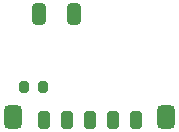
<source format=gbr>
%TF.GenerationSoftware,KiCad,Pcbnew,(6.0.1-0)*%
%TF.CreationDate,2022-07-02T14:58:06-04:00*%
%TF.ProjectId,Saturn 8pin mini DIN mod,53617475-726e-4203-9870-696e206d696e,rev?*%
%TF.SameCoordinates,Original*%
%TF.FileFunction,Paste,Top*%
%TF.FilePolarity,Positive*%
%FSLAX46Y46*%
G04 Gerber Fmt 4.6, Leading zero omitted, Abs format (unit mm)*
G04 Created by KiCad (PCBNEW (6.0.1-0)) date 2022-07-02 14:58:06*
%MOMM*%
%LPD*%
G01*
G04 APERTURE LIST*
G04 Aperture macros list*
%AMRoundRect*
0 Rectangle with rounded corners*
0 $1 Rounding radius*
0 $2 $3 $4 $5 $6 $7 $8 $9 X,Y pos of 4 corners*
0 Add a 4 corners polygon primitive as box body*
4,1,4,$2,$3,$4,$5,$6,$7,$8,$9,$2,$3,0*
0 Add four circle primitives for the rounded corners*
1,1,$1+$1,$2,$3*
1,1,$1+$1,$4,$5*
1,1,$1+$1,$6,$7*
1,1,$1+$1,$8,$9*
0 Add four rect primitives between the rounded corners*
20,1,$1+$1,$2,$3,$4,$5,0*
20,1,$1+$1,$4,$5,$6,$7,0*
20,1,$1+$1,$6,$7,$8,$9,0*
20,1,$1+$1,$8,$9,$2,$3,0*%
G04 Aperture macros list end*
%ADD10RoundRect,0.250000X-0.250000X-0.500000X0.250000X-0.500000X0.250000X0.500000X-0.250000X0.500000X0*%
%ADD11RoundRect,0.375000X-0.375000X-0.625000X0.375000X-0.625000X0.375000X0.625000X-0.375000X0.625000X0*%
%ADD12RoundRect,0.250000X-0.325000X-0.650000X0.325000X-0.650000X0.325000X0.650000X-0.325000X0.650000X0*%
%ADD13RoundRect,0.200000X0.200000X0.275000X-0.200000X0.275000X-0.200000X-0.275000X0.200000X-0.275000X0*%
G04 APERTURE END LIST*
D10*
%TO.C,P1*%
X146180000Y-112250000D03*
X148130000Y-112250000D03*
X144230000Y-112250000D03*
X150080000Y-112250000D03*
X152030000Y-112250000D03*
D11*
X154530000Y-112010000D03*
X141620000Y-112000000D03*
%TD*%
D12*
%TO.C,C1*%
X143845000Y-103290000D03*
X146795000Y-103290000D03*
%TD*%
D13*
%TO.C,R1*%
X144190000Y-109460000D03*
X142540000Y-109460000D03*
%TD*%
M02*

</source>
